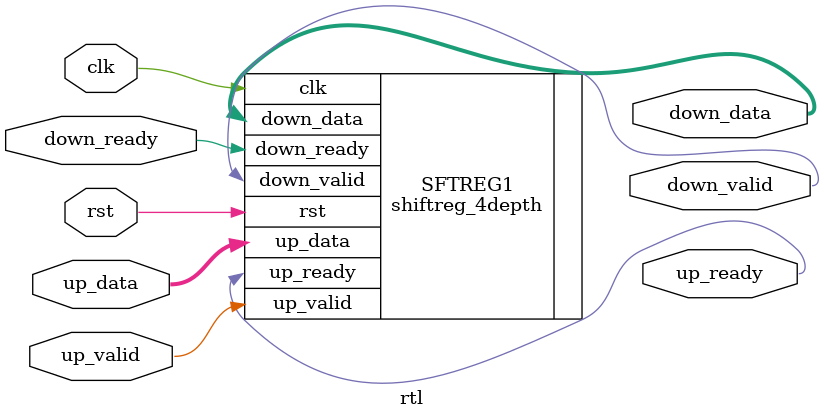
<source format=sv>

module rtl #(parameter D_WIDTH = 6)
(
input                   clk,
input                   rst,
input  [(D_WIDTH-1):0]  up_data,
input                   up_valid,
output                  up_ready,
output [(D_WIDTH-1):0]  down_data,
output                  down_valid,
input                   down_ready
);

shiftreg_4depth # (.D_WIDTH (D_WIDTH))
SFTREG1
(       .clk(clk),
        .rst(rst),
        .up_data(up_data),
        .up_valid(up_valid),
        .up_ready(up_ready),
        .down_data(down_data),
        .down_valid(down_valid),
        .down_ready(down_ready));

endmodule

</source>
